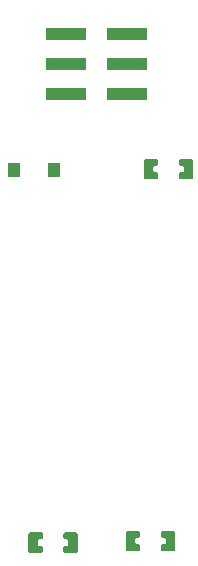
<source format=gbp>
G04 Layer: BottomPasteMaskLayer*
G04 EasyEDA v6.5.40, 2024-02-16 10:36:59*
G04 cbf7a00361bd432e9e78a992b2a5909c,d07ef30ec77949ce8e11233ba57d236c,10*
G04 Gerber Generator version 0.2*
G04 Scale: 100 percent, Rotated: No, Reflected: No *
G04 Dimensions in millimeters *
G04 leading zeros omitted , absolute positions ,4 integer and 5 decimal *
%FSLAX45Y45*%
%MOMM*%

%AMMACRO1*21,1,$1,$2,0,0,$3*%
%ADD10MACRO1,0.95X1.1501X0.0000*%
%ADD11MACRO1,1X3.4X-90.0000*%

%LPD*%
G36*
X2316327Y3971239D02*
G01*
X2306370Y3961231D01*
X2306370Y3811168D01*
X2316327Y3801160D01*
X2417114Y3801160D01*
X2427122Y3811168D01*
X2427122Y3847287D01*
X2417114Y3857294D01*
X2396032Y3857294D01*
X2386025Y3867302D01*
X2386025Y3905097D01*
X2396032Y3915105D01*
X2417114Y3915105D01*
X2427122Y3925112D01*
X2427122Y3961231D01*
X2417114Y3971239D01*
G37*
G36*
X2612085Y3971239D02*
G01*
X2602077Y3961231D01*
X2602077Y3925112D01*
X2612085Y3915105D01*
X2633167Y3915105D01*
X2643174Y3905097D01*
X2643174Y3867302D01*
X2633167Y3857294D01*
X2612085Y3857294D01*
X2602077Y3847287D01*
X2602077Y3811168D01*
X2612085Y3801160D01*
X2712872Y3801160D01*
X2722829Y3811168D01*
X2722829Y3961231D01*
X2712872Y3971239D01*
G37*
G36*
X1634185Y808939D02*
G01*
X1624177Y798931D01*
X1624177Y762812D01*
X1634185Y752805D01*
X1655267Y752805D01*
X1665274Y742797D01*
X1665274Y705002D01*
X1655267Y694994D01*
X1634185Y694994D01*
X1624177Y684987D01*
X1624177Y648868D01*
X1634185Y638860D01*
X1734972Y638860D01*
X1744929Y648868D01*
X1744929Y798931D01*
X1734972Y808939D01*
G37*
G36*
X1338427Y808939D02*
G01*
X1328470Y798931D01*
X1328470Y648868D01*
X1338427Y638860D01*
X1439214Y638860D01*
X1449222Y648868D01*
X1449222Y684987D01*
X1439214Y694994D01*
X1418132Y694994D01*
X1408125Y705002D01*
X1408125Y742797D01*
X1418132Y752805D01*
X1439214Y752805D01*
X1449222Y762812D01*
X1449222Y798931D01*
X1439214Y808939D01*
G37*
G36*
X2459685Y821639D02*
G01*
X2449677Y811631D01*
X2449677Y775512D01*
X2459685Y765505D01*
X2480767Y765505D01*
X2490774Y755497D01*
X2490774Y717702D01*
X2480767Y707694D01*
X2459685Y707694D01*
X2449677Y697687D01*
X2449677Y661568D01*
X2459685Y651560D01*
X2560472Y651560D01*
X2570429Y661568D01*
X2570429Y811631D01*
X2560472Y821639D01*
G37*
G36*
X2163927Y821639D02*
G01*
X2153970Y811631D01*
X2153970Y661568D01*
X2163927Y651560D01*
X2264714Y651560D01*
X2274722Y661568D01*
X2274722Y697687D01*
X2264714Y707694D01*
X2243632Y707694D01*
X2233625Y717702D01*
X2233625Y755497D01*
X2243632Y765505D01*
X2264714Y765505D01*
X2274722Y775512D01*
X2274722Y811631D01*
X2264714Y821639D01*
G37*
D10*
G01*
X1540840Y3873500D03*
G01*
X1202359Y3873500D03*
D11*
G01*
X2164994Y5029187D03*
G01*
X2164994Y4775187D03*
G01*
X2164994Y4521187D03*
G01*
X1645005Y5029187D03*
G01*
X1645005Y4775187D03*
G01*
X1645005Y4521187D03*
M02*

</source>
